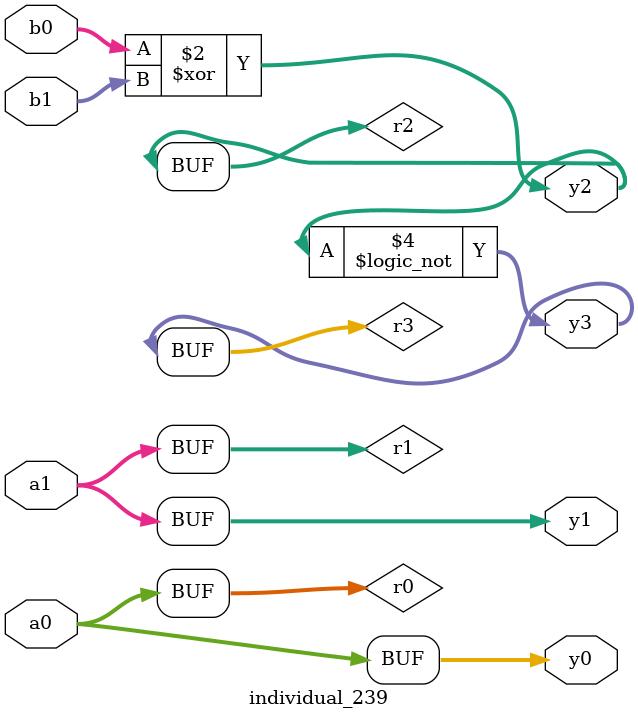
<source format=sv>
module individual_239(input logic [15:0] a1, input logic [15:0] a0, input logic [15:0] b1, input logic [15:0] b0, output logic [15:0] y3, output logic [15:0] y2, output logic [15:0] y1, output logic [15:0] y0);
logic [15:0] r0, r1, r2, r3; 
 always@(*) begin 
	 r0 = a0; r1 = a1; r2 = b0; r3 = b1; 
 	 r2  ^=  r3 ;
 	 r3  ^=  r0 ;
 	 r3 = ! r2 ;
 	 y3 = r3; y2 = r2; y1 = r1; y0 = r0; 
end
endmodule
</source>
